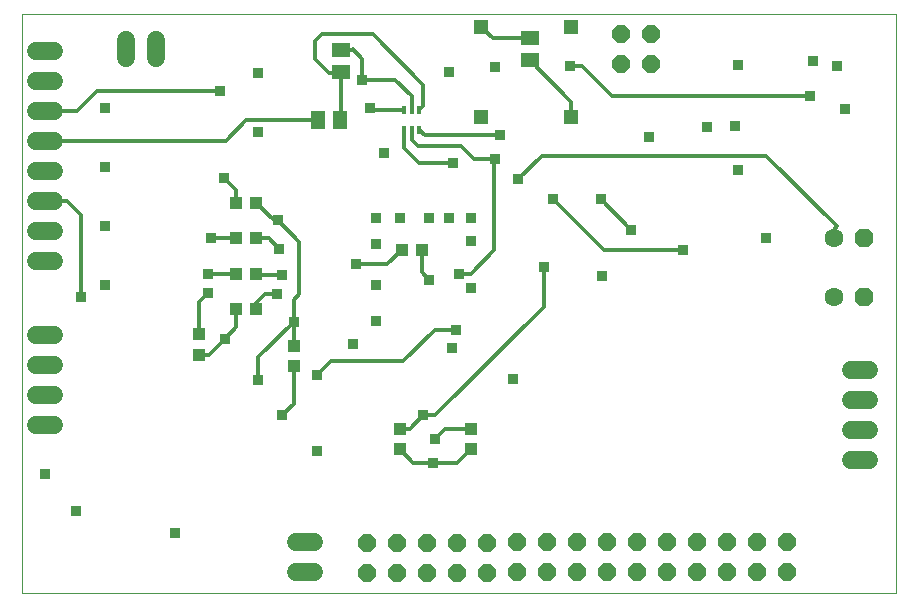
<source format=gbl>
G75*
%MOIN*%
%OFA0B0*%
%FSLAX24Y24*%
%IPPOS*%
%LPD*%
%AMOC8*
5,1,8,0,0,1.08239X$1,22.5*
%
%ADD10C,0.0000*%
%ADD11C,0.0600*%
%ADD12C,0.0630*%
%ADD13OC8,0.0630*%
%ADD14R,0.0138X0.0315*%
%ADD15R,0.0512X0.0591*%
%ADD16R,0.0591X0.0512*%
%ADD17R,0.0472X0.0472*%
%ADD18OC8,0.0600*%
%ADD19R,0.0433X0.0394*%
%ADD20R,0.0394X0.0433*%
%ADD21R,0.0354X0.0354*%
%ADD22C,0.0120*%
%ADD23C,0.0120*%
D10*
X000160Y000160D02*
X000160Y019451D01*
X029294Y019451D01*
X029294Y000160D01*
X000160Y000160D01*
D11*
X000647Y005747D02*
X001247Y005747D01*
X001247Y006747D02*
X000647Y006747D01*
X000647Y007747D02*
X001247Y007747D01*
X001247Y008747D02*
X000647Y008747D01*
X000647Y011227D02*
X001247Y011227D01*
X001247Y012227D02*
X000647Y012227D01*
X000647Y013227D02*
X001247Y013227D01*
X001247Y014227D02*
X000647Y014227D01*
X000647Y015227D02*
X001247Y015227D01*
X001247Y016227D02*
X000647Y016227D01*
X000647Y017227D02*
X001247Y017227D01*
X001247Y018227D02*
X000647Y018227D01*
X003636Y017970D02*
X003636Y018570D01*
X004636Y018570D02*
X004636Y017970D01*
X027813Y007566D02*
X028413Y007566D01*
X028413Y006566D02*
X027813Y006566D01*
X027813Y005566D02*
X028413Y005566D01*
X028413Y004566D02*
X027813Y004566D01*
X009909Y001841D02*
X009309Y001841D01*
X009309Y000841D02*
X009909Y000841D01*
D12*
X027219Y010003D03*
X027219Y011971D03*
D13*
X028219Y011971D03*
X028219Y010003D03*
D14*
X013408Y015573D03*
X013152Y015573D03*
X012896Y015573D03*
X012896Y016243D03*
X013152Y016243D03*
X013408Y016243D03*
D15*
X010770Y015908D03*
X010022Y015908D03*
D16*
X010790Y017503D03*
X010790Y018251D03*
X017089Y017896D03*
X017089Y018644D03*
D17*
X018471Y019022D03*
X015471Y019022D03*
X015471Y016022D03*
X018471Y016022D03*
D18*
X020132Y017770D03*
X021132Y017770D03*
X021132Y018770D03*
X020132Y018770D03*
X019664Y001841D03*
X018664Y001841D03*
X017664Y001841D03*
X016664Y001841D03*
X015664Y001802D03*
X014664Y001802D03*
X013664Y001802D03*
X012664Y001802D03*
X011664Y001802D03*
X011664Y000802D03*
X012664Y000802D03*
X013664Y000802D03*
X014664Y000802D03*
X015664Y000802D03*
X016664Y000841D03*
X017664Y000841D03*
X018664Y000841D03*
X019664Y000841D03*
X020664Y000841D03*
X021664Y000841D03*
X022664Y000841D03*
X023664Y000841D03*
X024664Y000841D03*
X025664Y000841D03*
X025664Y001841D03*
X024664Y001841D03*
X023664Y001841D03*
X022664Y001841D03*
X021664Y001841D03*
X020664Y001841D03*
D19*
X007975Y009609D03*
X007306Y009609D03*
X007306Y010790D03*
X007975Y010790D03*
X007975Y011971D03*
X007306Y011971D03*
X007306Y013152D03*
X007975Y013152D03*
X012818Y011577D03*
X013487Y011577D03*
D20*
X009215Y008369D03*
X009215Y007699D03*
X006066Y008093D03*
X006066Y008762D03*
X012758Y005613D03*
X012758Y004944D03*
X015121Y004944D03*
X015121Y005613D03*
D21*
X013940Y005278D03*
X013861Y004491D03*
X013546Y006066D03*
X014491Y008310D03*
X014629Y008920D03*
X015121Y010318D03*
X014727Y010790D03*
X013743Y010593D03*
X011971Y010396D03*
X011302Y011105D03*
X011971Y011774D03*
X011971Y012640D03*
X012758Y012640D03*
X013743Y012640D03*
X014412Y012640D03*
X015121Y012640D03*
X015121Y011892D03*
X017562Y011026D03*
X019491Y010711D03*
X020475Y012247D03*
X019451Y013270D03*
X017877Y013270D03*
X016695Y013940D03*
X015947Y014609D03*
X016105Y015396D03*
X014530Y014491D03*
X012247Y014806D03*
X011774Y016302D03*
X011499Y017247D03*
X014412Y017522D03*
X015947Y017680D03*
X018428Y017719D03*
X021066Y015357D03*
X022995Y015672D03*
X023940Y015711D03*
X024018Y014255D03*
X024963Y011971D03*
X022207Y011577D03*
X016538Y007286D03*
X011971Y009215D03*
X011184Y008428D03*
X010003Y007404D03*
X008034Y007247D03*
X008821Y006066D03*
X010003Y004884D03*
X005278Y002129D03*
X001971Y002877D03*
X000947Y004097D03*
X006932Y008625D03*
X006381Y010160D03*
X006381Y010790D03*
X006459Y011971D03*
X008743Y011617D03*
X008703Y012562D03*
X006892Y013979D03*
X008034Y015514D03*
X006774Y016892D03*
X008034Y017483D03*
X002916Y016302D03*
X002916Y014333D03*
X002916Y012365D03*
X002916Y010396D03*
X002129Y010003D03*
X008664Y010121D03*
X008821Y010751D03*
X009215Y009176D03*
X024018Y017758D03*
X026420Y016695D03*
X027601Y016262D03*
X027325Y017719D03*
X026538Y017877D03*
D22*
X026420Y016695D02*
X019845Y016695D01*
X018821Y017719D01*
X018428Y017719D01*
X018471Y016514D02*
X017089Y017896D01*
X017089Y018644D02*
X015849Y018644D01*
X015471Y019022D01*
X013546Y017089D02*
X011853Y018782D01*
X010160Y018782D01*
X009924Y018546D01*
X009924Y017955D01*
X010396Y017483D01*
X010770Y017483D01*
X010790Y017503D01*
X010790Y015928D01*
X010770Y015908D01*
X010022Y015908D02*
X007640Y015908D01*
X006959Y015227D01*
X000947Y015227D01*
X000947Y016227D02*
X002014Y016227D01*
X002680Y016892D01*
X006774Y016892D01*
X010790Y018251D02*
X011164Y018251D01*
X011184Y018270D01*
X011499Y017955D01*
X011499Y017247D01*
X012601Y017247D01*
X013152Y016695D01*
X013152Y016243D01*
X012896Y016243D02*
X011833Y016243D01*
X011774Y016302D01*
X012896Y015573D02*
X012896Y014983D01*
X013388Y014491D01*
X014530Y014491D01*
X014806Y015042D02*
X015239Y014609D01*
X015947Y014609D01*
X015908Y014569D01*
X015908Y011577D01*
X015121Y010790D01*
X014727Y010790D01*
X013743Y010593D02*
X013487Y010849D01*
X013487Y011577D01*
X012818Y011577D02*
X012345Y011105D01*
X011302Y011105D01*
X009412Y011853D02*
X009412Y010121D01*
X009215Y009924D01*
X009215Y009176D01*
X008034Y007995D01*
X008034Y007247D01*
X009215Y007699D02*
X009215Y006459D01*
X008821Y006066D01*
X010003Y007404D02*
X010475Y007877D01*
X012877Y007877D01*
X013920Y008920D01*
X014629Y008920D01*
X013940Y006066D02*
X017562Y009688D01*
X017562Y011026D01*
X019569Y011577D02*
X022207Y011577D01*
X020475Y012247D02*
X019451Y013270D01*
X017877Y013270D02*
X019569Y011577D01*
X016695Y013940D02*
X017483Y014727D01*
X024963Y014727D01*
X027325Y012365D01*
X027219Y012258D01*
X027219Y011971D01*
X018471Y016022D02*
X018471Y016514D01*
X016105Y015396D02*
X013585Y015396D01*
X013408Y015573D01*
X013152Y015573D02*
X013152Y015239D01*
X013349Y015042D01*
X014806Y015042D01*
X013546Y016381D02*
X013546Y017089D01*
X013546Y016381D02*
X013408Y016243D01*
X008566Y012562D02*
X007975Y013152D01*
X007306Y013152D02*
X007306Y013566D01*
X006892Y013979D01*
X008566Y012562D02*
X008703Y012562D01*
X009412Y011853D01*
X008743Y011617D02*
X008388Y011971D01*
X007975Y011971D01*
X007306Y011971D02*
X006459Y011971D01*
X006381Y010790D02*
X007306Y010790D01*
X007975Y010790D02*
X008014Y010751D01*
X008821Y010751D01*
X008664Y010121D02*
X008270Y010121D01*
X007975Y009825D01*
X007975Y009609D01*
X007306Y009609D02*
X007306Y008999D01*
X006932Y008625D01*
X006400Y008093D01*
X006066Y008093D01*
X006066Y008762D02*
X006066Y009845D01*
X006381Y010160D01*
X009215Y009176D02*
X009215Y008369D01*
X013546Y006066D02*
X013940Y006066D01*
X015121Y004944D02*
X014668Y004491D01*
X013861Y004491D01*
X013211Y004491D01*
X012758Y004944D01*
X002129Y010003D02*
X002129Y012758D01*
X001660Y013227D01*
X000947Y013227D01*
D23*
X012758Y005613D02*
X013093Y005613D01*
X013546Y006066D01*
X014274Y005613D02*
X013940Y005278D01*
X014274Y005613D02*
X015121Y005613D01*
M02*

</source>
